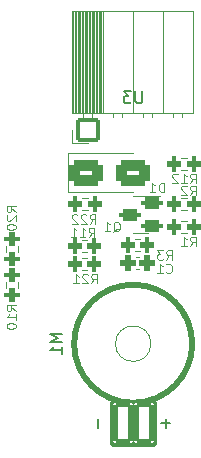
<source format=gbo>
G04 #@! TF.GenerationSoftware,KiCad,Pcbnew,7.0.5*
G04 #@! TF.CreationDate,2023-12-03T19:54:15+09:00*
G04 #@! TF.ProjectId,Misawa_DistanceSensor,4d697361-7761-45f4-9469-7374616e6365,v1.0*
G04 #@! TF.SameCoordinates,Original*
G04 #@! TF.FileFunction,Legend,Bot*
G04 #@! TF.FilePolarity,Positive*
%FSLAX46Y46*%
G04 Gerber Fmt 4.6, Leading zero omitted, Abs format (unit mm)*
G04 Created by KiCad (PCBNEW 7.0.5) date 2023-12-03 19:54:15*
%MOMM*%
%LPD*%
G01*
G04 APERTURE LIST*
G04 Aperture macros list*
%AMRoundRect*
0 Rectangle with rounded corners*
0 $1 Rounding radius*
0 $2 $3 $4 $5 $6 $7 $8 $9 X,Y pos of 4 corners*
0 Add a 4 corners polygon primitive as box body*
4,1,4,$2,$3,$4,$5,$6,$7,$8,$9,$2,$3,0*
0 Add four circle primitives for the rounded corners*
1,1,$1+$1,$2,$3*
1,1,$1+$1,$4,$5*
1,1,$1+$1,$6,$7*
1,1,$1+$1,$8,$9*
0 Add four rect primitives between the rounded corners*
20,1,$1+$1,$2,$3,$4,$5,0*
20,1,$1+$1,$4,$5,$6,$7,0*
20,1,$1+$1,$6,$7,$8,$9,0*
20,1,$1+$1,$8,$9,$2,$3,0*%
G04 Aperture macros list end*
%ADD10C,0.100000*%
%ADD11C,0.110000*%
%ADD12C,0.150000*%
%ADD13C,0.120000*%
%ADD14C,0.500000*%
%ADD15C,2.600000*%
%ADD16RoundRect,0.200000X-0.850000X-0.850000X0.850000X-0.850000X0.850000X0.850000X-0.850000X0.850000X0*%
%ADD17O,2.100000X2.100000*%
%ADD18RoundRect,0.400000X-0.200000X-0.275000X0.200000X-0.275000X0.200000X0.275000X-0.200000X0.275000X0*%
%ADD19RoundRect,0.400000X0.200000X0.275000X-0.200000X0.275000X-0.200000X-0.275000X0.200000X-0.275000X0*%
%ADD20RoundRect,0.400000X0.275000X-0.200000X0.275000X0.200000X-0.275000X0.200000X-0.275000X-0.200000X0*%
%ADD21RoundRect,0.425000X-0.225000X-0.250000X0.225000X-0.250000X0.225000X0.250000X-0.225000X0.250000X0*%
%ADD22RoundRect,0.450000X-1.000000X-0.650000X1.000000X-0.650000X1.000000X0.650000X-1.000000X0.650000X0*%
%ADD23RoundRect,0.350000X0.587500X0.150000X-0.587500X0.150000X-0.587500X-0.150000X0.587500X-0.150000X0*%
%ADD24RoundRect,0.200000X-0.850000X0.850000X-0.850000X-0.850000X0.850000X-0.850000X0.850000X0.850000X0*%
%ADD25RoundRect,0.200000X-0.625000X-1.525000X0.625000X-1.525000X0.625000X1.525000X-0.625000X1.525000X0*%
G04 APERTURE END LIST*
D10*
X121532332Y-115457895D02*
X121798999Y-115076942D01*
X121989475Y-115457895D02*
X121989475Y-114657895D01*
X121989475Y-114657895D02*
X121684713Y-114657895D01*
X121684713Y-114657895D02*
X121608523Y-114695990D01*
X121608523Y-114695990D02*
X121570428Y-114734085D01*
X121570428Y-114734085D02*
X121532332Y-114810276D01*
X121532332Y-114810276D02*
X121532332Y-114924561D01*
X121532332Y-114924561D02*
X121570428Y-115000752D01*
X121570428Y-115000752D02*
X121608523Y-115038847D01*
X121608523Y-115038847D02*
X121684713Y-115076942D01*
X121684713Y-115076942D02*
X121989475Y-115076942D01*
X120770428Y-115457895D02*
X121227571Y-115457895D01*
X120998999Y-115457895D02*
X120998999Y-114657895D01*
X120998999Y-114657895D02*
X121075190Y-114772180D01*
X121075190Y-114772180D02*
X121151380Y-114848371D01*
X121151380Y-114848371D02*
X121227571Y-114886466D01*
X121532332Y-111139895D02*
X121798999Y-110758942D01*
X121989475Y-111139895D02*
X121989475Y-110339895D01*
X121989475Y-110339895D02*
X121684713Y-110339895D01*
X121684713Y-110339895D02*
X121608523Y-110377990D01*
X121608523Y-110377990D02*
X121570428Y-110416085D01*
X121570428Y-110416085D02*
X121532332Y-110492276D01*
X121532332Y-110492276D02*
X121532332Y-110606561D01*
X121532332Y-110606561D02*
X121570428Y-110682752D01*
X121570428Y-110682752D02*
X121608523Y-110720847D01*
X121608523Y-110720847D02*
X121684713Y-110758942D01*
X121684713Y-110758942D02*
X121989475Y-110758942D01*
X121227571Y-110416085D02*
X121189475Y-110377990D01*
X121189475Y-110377990D02*
X121113285Y-110339895D01*
X121113285Y-110339895D02*
X120922809Y-110339895D01*
X120922809Y-110339895D02*
X120846618Y-110377990D01*
X120846618Y-110377990D02*
X120808523Y-110416085D01*
X120808523Y-110416085D02*
X120770428Y-110492276D01*
X120770428Y-110492276D02*
X120770428Y-110568466D01*
X120770428Y-110568466D02*
X120808523Y-110682752D01*
X120808523Y-110682752D02*
X121265666Y-111139895D01*
X121265666Y-111139895D02*
X120770428Y-111139895D01*
X112960285Y-114695895D02*
X113226952Y-114314942D01*
X113417428Y-114695895D02*
X113417428Y-113895895D01*
X113417428Y-113895895D02*
X113112666Y-113895895D01*
X113112666Y-113895895D02*
X113036476Y-113933990D01*
X113036476Y-113933990D02*
X112998381Y-113972085D01*
X112998381Y-113972085D02*
X112960285Y-114048276D01*
X112960285Y-114048276D02*
X112960285Y-114162561D01*
X112960285Y-114162561D02*
X112998381Y-114238752D01*
X112998381Y-114238752D02*
X113036476Y-114276847D01*
X113036476Y-114276847D02*
X113112666Y-114314942D01*
X113112666Y-114314942D02*
X113417428Y-114314942D01*
X112198381Y-114695895D02*
X112655524Y-114695895D01*
X112426952Y-114695895D02*
X112426952Y-113895895D01*
X112426952Y-113895895D02*
X112503143Y-114010180D01*
X112503143Y-114010180D02*
X112579333Y-114086371D01*
X112579333Y-114086371D02*
X112655524Y-114124466D01*
X111436476Y-114695895D02*
X111893619Y-114695895D01*
X111665047Y-114695895D02*
X111665047Y-113895895D01*
X111665047Y-113895895D02*
X111741238Y-114010180D01*
X111741238Y-114010180D02*
X111817428Y-114086371D01*
X111817428Y-114086371D02*
X111893619Y-114124466D01*
X121532285Y-110123895D02*
X121798952Y-109742942D01*
X121989428Y-110123895D02*
X121989428Y-109323895D01*
X121989428Y-109323895D02*
X121684666Y-109323895D01*
X121684666Y-109323895D02*
X121608476Y-109361990D01*
X121608476Y-109361990D02*
X121570381Y-109400085D01*
X121570381Y-109400085D02*
X121532285Y-109476276D01*
X121532285Y-109476276D02*
X121532285Y-109590561D01*
X121532285Y-109590561D02*
X121570381Y-109666752D01*
X121570381Y-109666752D02*
X121608476Y-109704847D01*
X121608476Y-109704847D02*
X121684666Y-109742942D01*
X121684666Y-109742942D02*
X121989428Y-109742942D01*
X120770381Y-110123895D02*
X121227524Y-110123895D01*
X120998952Y-110123895D02*
X120998952Y-109323895D01*
X120998952Y-109323895D02*
X121075143Y-109438180D01*
X121075143Y-109438180D02*
X121151333Y-109514371D01*
X121151333Y-109514371D02*
X121227524Y-109552466D01*
X120465619Y-109400085D02*
X120427523Y-109361990D01*
X120427523Y-109361990D02*
X120351333Y-109323895D01*
X120351333Y-109323895D02*
X120160857Y-109323895D01*
X120160857Y-109323895D02*
X120084666Y-109361990D01*
X120084666Y-109361990D02*
X120046571Y-109400085D01*
X120046571Y-109400085D02*
X120008476Y-109476276D01*
X120008476Y-109476276D02*
X120008476Y-109552466D01*
X120008476Y-109552466D02*
X120046571Y-109666752D01*
X120046571Y-109666752D02*
X120503714Y-110123895D01*
X120503714Y-110123895D02*
X120008476Y-110123895D01*
X106777895Y-112546714D02*
X106396942Y-112280047D01*
X106777895Y-112089571D02*
X105977895Y-112089571D01*
X105977895Y-112089571D02*
X105977895Y-112394333D01*
X105977895Y-112394333D02*
X106015990Y-112470523D01*
X106015990Y-112470523D02*
X106054085Y-112508618D01*
X106054085Y-112508618D02*
X106130276Y-112546714D01*
X106130276Y-112546714D02*
X106244561Y-112546714D01*
X106244561Y-112546714D02*
X106320752Y-112508618D01*
X106320752Y-112508618D02*
X106358847Y-112470523D01*
X106358847Y-112470523D02*
X106396942Y-112394333D01*
X106396942Y-112394333D02*
X106396942Y-112089571D01*
X106054085Y-112851475D02*
X106015990Y-112889571D01*
X106015990Y-112889571D02*
X105977895Y-112965761D01*
X105977895Y-112965761D02*
X105977895Y-113156237D01*
X105977895Y-113156237D02*
X106015990Y-113232428D01*
X106015990Y-113232428D02*
X106054085Y-113270523D01*
X106054085Y-113270523D02*
X106130276Y-113308618D01*
X106130276Y-113308618D02*
X106206466Y-113308618D01*
X106206466Y-113308618D02*
X106320752Y-113270523D01*
X106320752Y-113270523D02*
X106777895Y-112813380D01*
X106777895Y-112813380D02*
X106777895Y-113308618D01*
X105977895Y-113803857D02*
X105977895Y-113880047D01*
X105977895Y-113880047D02*
X106015990Y-113956238D01*
X106015990Y-113956238D02*
X106054085Y-113994333D01*
X106054085Y-113994333D02*
X106130276Y-114032428D01*
X106130276Y-114032428D02*
X106282657Y-114070523D01*
X106282657Y-114070523D02*
X106473133Y-114070523D01*
X106473133Y-114070523D02*
X106625514Y-114032428D01*
X106625514Y-114032428D02*
X106701704Y-113994333D01*
X106701704Y-113994333D02*
X106739800Y-113956238D01*
X106739800Y-113956238D02*
X106777895Y-113880047D01*
X106777895Y-113880047D02*
X106777895Y-113803857D01*
X106777895Y-113803857D02*
X106739800Y-113727666D01*
X106739800Y-113727666D02*
X106701704Y-113689571D01*
X106701704Y-113689571D02*
X106625514Y-113651476D01*
X106625514Y-113651476D02*
X106473133Y-113613380D01*
X106473133Y-113613380D02*
X106282657Y-113613380D01*
X106282657Y-113613380D02*
X106130276Y-113651476D01*
X106130276Y-113651476D02*
X106054085Y-113689571D01*
X106054085Y-113689571D02*
X106015990Y-113727666D01*
X106015990Y-113727666D02*
X105977895Y-113803857D01*
X119500332Y-116600895D02*
X119766999Y-116219942D01*
X119957475Y-116600895D02*
X119957475Y-115800895D01*
X119957475Y-115800895D02*
X119652713Y-115800895D01*
X119652713Y-115800895D02*
X119576523Y-115838990D01*
X119576523Y-115838990D02*
X119538428Y-115877085D01*
X119538428Y-115877085D02*
X119500332Y-115953276D01*
X119500332Y-115953276D02*
X119500332Y-116067561D01*
X119500332Y-116067561D02*
X119538428Y-116143752D01*
X119538428Y-116143752D02*
X119576523Y-116181847D01*
X119576523Y-116181847D02*
X119652713Y-116219942D01*
X119652713Y-116219942D02*
X119957475Y-116219942D01*
X119233666Y-115800895D02*
X118738428Y-115800895D01*
X118738428Y-115800895D02*
X119005094Y-116105657D01*
X119005094Y-116105657D02*
X118890809Y-116105657D01*
X118890809Y-116105657D02*
X118814618Y-116143752D01*
X118814618Y-116143752D02*
X118776523Y-116181847D01*
X118776523Y-116181847D02*
X118738428Y-116258038D01*
X118738428Y-116258038D02*
X118738428Y-116448514D01*
X118738428Y-116448514D02*
X118776523Y-116524704D01*
X118776523Y-116524704D02*
X118814618Y-116562800D01*
X118814618Y-116562800D02*
X118890809Y-116600895D01*
X118890809Y-116600895D02*
X119119380Y-116600895D01*
X119119380Y-116600895D02*
X119195571Y-116562800D01*
X119195571Y-116562800D02*
X119233666Y-116524704D01*
X119500332Y-117667704D02*
X119538428Y-117705800D01*
X119538428Y-117705800D02*
X119652713Y-117743895D01*
X119652713Y-117743895D02*
X119728904Y-117743895D01*
X119728904Y-117743895D02*
X119843190Y-117705800D01*
X119843190Y-117705800D02*
X119919380Y-117629609D01*
X119919380Y-117629609D02*
X119957475Y-117553419D01*
X119957475Y-117553419D02*
X119995571Y-117401038D01*
X119995571Y-117401038D02*
X119995571Y-117286752D01*
X119995571Y-117286752D02*
X119957475Y-117134371D01*
X119957475Y-117134371D02*
X119919380Y-117058180D01*
X119919380Y-117058180D02*
X119843190Y-116981990D01*
X119843190Y-116981990D02*
X119728904Y-116943895D01*
X119728904Y-116943895D02*
X119652713Y-116943895D01*
X119652713Y-116943895D02*
X119538428Y-116981990D01*
X119538428Y-116981990D02*
X119500332Y-117020085D01*
X118738428Y-117743895D02*
X119195571Y-117743895D01*
X118966999Y-117743895D02*
X118966999Y-116943895D01*
X118966999Y-116943895D02*
X119043190Y-117058180D01*
X119043190Y-117058180D02*
X119119380Y-117134371D01*
X119119380Y-117134371D02*
X119195571Y-117172466D01*
X106777895Y-120928714D02*
X106396942Y-120662047D01*
X106777895Y-120471571D02*
X105977895Y-120471571D01*
X105977895Y-120471571D02*
X105977895Y-120776333D01*
X105977895Y-120776333D02*
X106015990Y-120852523D01*
X106015990Y-120852523D02*
X106054085Y-120890618D01*
X106054085Y-120890618D02*
X106130276Y-120928714D01*
X106130276Y-120928714D02*
X106244561Y-120928714D01*
X106244561Y-120928714D02*
X106320752Y-120890618D01*
X106320752Y-120890618D02*
X106358847Y-120852523D01*
X106358847Y-120852523D02*
X106396942Y-120776333D01*
X106396942Y-120776333D02*
X106396942Y-120471571D01*
X106777895Y-121690618D02*
X106777895Y-121233475D01*
X106777895Y-121462047D02*
X105977895Y-121462047D01*
X105977895Y-121462047D02*
X106092180Y-121385856D01*
X106092180Y-121385856D02*
X106168371Y-121309666D01*
X106168371Y-121309666D02*
X106206466Y-121233475D01*
X105977895Y-122185857D02*
X105977895Y-122262047D01*
X105977895Y-122262047D02*
X106015990Y-122338238D01*
X106015990Y-122338238D02*
X106054085Y-122376333D01*
X106054085Y-122376333D02*
X106130276Y-122414428D01*
X106130276Y-122414428D02*
X106282657Y-122452523D01*
X106282657Y-122452523D02*
X106473133Y-122452523D01*
X106473133Y-122452523D02*
X106625514Y-122414428D01*
X106625514Y-122414428D02*
X106701704Y-122376333D01*
X106701704Y-122376333D02*
X106739800Y-122338238D01*
X106739800Y-122338238D02*
X106777895Y-122262047D01*
X106777895Y-122262047D02*
X106777895Y-122185857D01*
X106777895Y-122185857D02*
X106739800Y-122109666D01*
X106739800Y-122109666D02*
X106701704Y-122071571D01*
X106701704Y-122071571D02*
X106625514Y-122033476D01*
X106625514Y-122033476D02*
X106473133Y-121995380D01*
X106473133Y-121995380D02*
X106282657Y-121995380D01*
X106282657Y-121995380D02*
X106130276Y-122033476D01*
X106130276Y-122033476D02*
X106054085Y-122071571D01*
X106054085Y-122071571D02*
X106015990Y-122109666D01*
X106015990Y-122109666D02*
X105977895Y-122185857D01*
X119322475Y-110885895D02*
X119322475Y-110085895D01*
X119322475Y-110085895D02*
X119131999Y-110085895D01*
X119131999Y-110085895D02*
X119017713Y-110123990D01*
X119017713Y-110123990D02*
X118941523Y-110200180D01*
X118941523Y-110200180D02*
X118903428Y-110276371D01*
X118903428Y-110276371D02*
X118865332Y-110428752D01*
X118865332Y-110428752D02*
X118865332Y-110543038D01*
X118865332Y-110543038D02*
X118903428Y-110695419D01*
X118903428Y-110695419D02*
X118941523Y-110771609D01*
X118941523Y-110771609D02*
X119017713Y-110847800D01*
X119017713Y-110847800D02*
X119131999Y-110885895D01*
X119131999Y-110885895D02*
X119322475Y-110885895D01*
X118103428Y-110885895D02*
X118560571Y-110885895D01*
X118331999Y-110885895D02*
X118331999Y-110085895D01*
X118331999Y-110085895D02*
X118408190Y-110200180D01*
X118408190Y-110200180D02*
X118484380Y-110276371D01*
X118484380Y-110276371D02*
X118560571Y-110314466D01*
D11*
X113150285Y-118632375D02*
X113416952Y-118251422D01*
X113607428Y-118632375D02*
X113607428Y-117832375D01*
X113607428Y-117832375D02*
X113302666Y-117832375D01*
X113302666Y-117832375D02*
X113226476Y-117870470D01*
X113226476Y-117870470D02*
X113188381Y-117908565D01*
X113188381Y-117908565D02*
X113150285Y-117984756D01*
X113150285Y-117984756D02*
X113150285Y-118099041D01*
X113150285Y-118099041D02*
X113188381Y-118175232D01*
X113188381Y-118175232D02*
X113226476Y-118213327D01*
X113226476Y-118213327D02*
X113302666Y-118251422D01*
X113302666Y-118251422D02*
X113607428Y-118251422D01*
X112845524Y-117908565D02*
X112807428Y-117870470D01*
X112807428Y-117870470D02*
X112731238Y-117832375D01*
X112731238Y-117832375D02*
X112540762Y-117832375D01*
X112540762Y-117832375D02*
X112464571Y-117870470D01*
X112464571Y-117870470D02*
X112426476Y-117908565D01*
X112426476Y-117908565D02*
X112388381Y-117984756D01*
X112388381Y-117984756D02*
X112388381Y-118060946D01*
X112388381Y-118060946D02*
X112426476Y-118175232D01*
X112426476Y-118175232D02*
X112883619Y-118632375D01*
X112883619Y-118632375D02*
X112388381Y-118632375D01*
X111626476Y-118632375D02*
X112083619Y-118632375D01*
X111855047Y-118632375D02*
X111855047Y-117832375D01*
X111855047Y-117832375D02*
X111931238Y-117946660D01*
X111931238Y-117946660D02*
X112007428Y-118022851D01*
X112007428Y-118022851D02*
X112083619Y-118060946D01*
D10*
X113023285Y-113552895D02*
X113289952Y-113171942D01*
X113480428Y-113552895D02*
X113480428Y-112752895D01*
X113480428Y-112752895D02*
X113175666Y-112752895D01*
X113175666Y-112752895D02*
X113099476Y-112790990D01*
X113099476Y-112790990D02*
X113061381Y-112829085D01*
X113061381Y-112829085D02*
X113023285Y-112905276D01*
X113023285Y-112905276D02*
X113023285Y-113019561D01*
X113023285Y-113019561D02*
X113061381Y-113095752D01*
X113061381Y-113095752D02*
X113099476Y-113133847D01*
X113099476Y-113133847D02*
X113175666Y-113171942D01*
X113175666Y-113171942D02*
X113480428Y-113171942D01*
X112718524Y-112829085D02*
X112680428Y-112790990D01*
X112680428Y-112790990D02*
X112604238Y-112752895D01*
X112604238Y-112752895D02*
X112413762Y-112752895D01*
X112413762Y-112752895D02*
X112337571Y-112790990D01*
X112337571Y-112790990D02*
X112299476Y-112829085D01*
X112299476Y-112829085D02*
X112261381Y-112905276D01*
X112261381Y-112905276D02*
X112261381Y-112981466D01*
X112261381Y-112981466D02*
X112299476Y-113095752D01*
X112299476Y-113095752D02*
X112756619Y-113552895D01*
X112756619Y-113552895D02*
X112261381Y-113552895D01*
X111956619Y-112829085D02*
X111918523Y-112790990D01*
X111918523Y-112790990D02*
X111842333Y-112752895D01*
X111842333Y-112752895D02*
X111651857Y-112752895D01*
X111651857Y-112752895D02*
X111575666Y-112790990D01*
X111575666Y-112790990D02*
X111537571Y-112829085D01*
X111537571Y-112829085D02*
X111499476Y-112905276D01*
X111499476Y-112905276D02*
X111499476Y-112981466D01*
X111499476Y-112981466D02*
X111537571Y-113095752D01*
X111537571Y-113095752D02*
X111994714Y-113552895D01*
X111994714Y-113552895D02*
X111499476Y-113552895D01*
X114998190Y-114264085D02*
X115074380Y-114225990D01*
X115074380Y-114225990D02*
X115150571Y-114149800D01*
X115150571Y-114149800D02*
X115264857Y-114035514D01*
X115264857Y-114035514D02*
X115341047Y-113997419D01*
X115341047Y-113997419D02*
X115417238Y-113997419D01*
X115379142Y-114187895D02*
X115455333Y-114149800D01*
X115455333Y-114149800D02*
X115531523Y-114073609D01*
X115531523Y-114073609D02*
X115569619Y-113921228D01*
X115569619Y-113921228D02*
X115569619Y-113654561D01*
X115569619Y-113654561D02*
X115531523Y-113502180D01*
X115531523Y-113502180D02*
X115455333Y-113425990D01*
X115455333Y-113425990D02*
X115379142Y-113387895D01*
X115379142Y-113387895D02*
X115226761Y-113387895D01*
X115226761Y-113387895D02*
X115150571Y-113425990D01*
X115150571Y-113425990D02*
X115074380Y-113502180D01*
X115074380Y-113502180D02*
X115036285Y-113654561D01*
X115036285Y-113654561D02*
X115036285Y-113921228D01*
X115036285Y-113921228D02*
X115074380Y-114073609D01*
X115074380Y-114073609D02*
X115150571Y-114149800D01*
X115150571Y-114149800D02*
X115226761Y-114187895D01*
X115226761Y-114187895D02*
X115379142Y-114187895D01*
X114274381Y-114187895D02*
X114731524Y-114187895D01*
X114502952Y-114187895D02*
X114502952Y-113387895D01*
X114502952Y-113387895D02*
X114579143Y-113502180D01*
X114579143Y-113502180D02*
X114655333Y-113578371D01*
X114655333Y-113578371D02*
X114731524Y-113616466D01*
D12*
X117461904Y-102355819D02*
X117461904Y-103165342D01*
X117461904Y-103165342D02*
X117414285Y-103260580D01*
X117414285Y-103260580D02*
X117366666Y-103308200D01*
X117366666Y-103308200D02*
X117271428Y-103355819D01*
X117271428Y-103355819D02*
X117080952Y-103355819D01*
X117080952Y-103355819D02*
X116985714Y-103308200D01*
X116985714Y-103308200D02*
X116938095Y-103260580D01*
X116938095Y-103260580D02*
X116890476Y-103165342D01*
X116890476Y-103165342D02*
X116890476Y-102355819D01*
X116509523Y-102355819D02*
X115890476Y-102355819D01*
X115890476Y-102355819D02*
X116223809Y-102736771D01*
X116223809Y-102736771D02*
X116080952Y-102736771D01*
X116080952Y-102736771D02*
X115985714Y-102784390D01*
X115985714Y-102784390D02*
X115938095Y-102832009D01*
X115938095Y-102832009D02*
X115890476Y-102927247D01*
X115890476Y-102927247D02*
X115890476Y-103165342D01*
X115890476Y-103165342D02*
X115938095Y-103260580D01*
X115938095Y-103260580D02*
X115985714Y-103308200D01*
X115985714Y-103308200D02*
X116080952Y-103355819D01*
X116080952Y-103355819D02*
X116366666Y-103355819D01*
X116366666Y-103355819D02*
X116461904Y-103308200D01*
X116461904Y-103308200D02*
X116509523Y-103260580D01*
X110654819Y-122922476D02*
X109654819Y-122922476D01*
X109654819Y-122922476D02*
X110369104Y-123255809D01*
X110369104Y-123255809D02*
X109654819Y-123589142D01*
X109654819Y-123589142D02*
X110654819Y-123589142D01*
X110654819Y-124589142D02*
X110654819Y-124017714D01*
X110654819Y-124303428D02*
X109654819Y-124303428D01*
X109654819Y-124303428D02*
X109797676Y-124208190D01*
X109797676Y-124208190D02*
X109892914Y-124112952D01*
X109892914Y-124112952D02*
X109940533Y-124017714D01*
X113688866Y-130101048D02*
X113688866Y-130862953D01*
X119438866Y-130101048D02*
X119438866Y-130862953D01*
X119819819Y-130482000D02*
X119057914Y-130482000D01*
D13*
X120755242Y-113300500D02*
X121229758Y-113300500D01*
X120755242Y-114345500D02*
X121229758Y-114345500D01*
X120780742Y-111395500D02*
X121255258Y-111395500D01*
X120780742Y-112440500D02*
X121255258Y-112440500D01*
X112335742Y-114951500D02*
X112810258Y-114951500D01*
X112335742Y-115996500D02*
X112810258Y-115996500D01*
X121255258Y-109011500D02*
X120780742Y-109011500D01*
X121255258Y-107966500D02*
X120780742Y-107966500D01*
X105890500Y-115965258D02*
X105890500Y-115490742D01*
X106935500Y-115965258D02*
X106935500Y-115490742D01*
X116843742Y-114824500D02*
X117318258Y-114824500D01*
X116843742Y-115869500D02*
X117318258Y-115869500D01*
X116927420Y-116361000D02*
X117208580Y-116361000D01*
X116927420Y-117381000D02*
X117208580Y-117381000D01*
X105890500Y-119013258D02*
X105890500Y-118538742D01*
X106935500Y-119013258D02*
X106935500Y-118538742D01*
X111158000Y-107601000D02*
X116668000Y-107601000D01*
X111158000Y-110901000D02*
X111158000Y-107601000D01*
X111158000Y-110901000D02*
X116668000Y-110901000D01*
X112810258Y-117520500D02*
X112335742Y-117520500D01*
X112810258Y-116475500D02*
X112335742Y-116475500D01*
X112873258Y-112440500D02*
X112398742Y-112440500D01*
X112873258Y-111395500D02*
X112398742Y-111395500D01*
X117335000Y-114367000D02*
X117985000Y-114367000D01*
X117335000Y-114367000D02*
X116685000Y-114367000D01*
X117335000Y-111247000D02*
X119010000Y-111247000D01*
X117335000Y-111247000D02*
X116685000Y-111247000D01*
X121800000Y-95560000D02*
X121800000Y-104190000D01*
X119200000Y-95560000D02*
X119200000Y-104190000D01*
X116660000Y-95560000D02*
X116660000Y-104190000D01*
X114120000Y-95560000D02*
X114120000Y-104190000D01*
X114001900Y-95560000D02*
X114001900Y-104190000D01*
X113883805Y-95560000D02*
X113883805Y-104190000D01*
X113765710Y-95560000D02*
X113765710Y-104190000D01*
X113647615Y-95560000D02*
X113647615Y-104190000D01*
X113529520Y-95560000D02*
X113529520Y-104190000D01*
X113411425Y-95560000D02*
X113411425Y-104190000D01*
X113293330Y-95560000D02*
X113293330Y-104190000D01*
X113175235Y-95560000D02*
X113175235Y-104190000D01*
X113057140Y-95560000D02*
X113057140Y-104190000D01*
X112939045Y-95560000D02*
X112939045Y-104190000D01*
X112820950Y-95560000D02*
X112820950Y-104190000D01*
X112702855Y-95560000D02*
X112702855Y-104190000D01*
X112584760Y-95560000D02*
X112584760Y-104190000D01*
X112466665Y-95560000D02*
X112466665Y-104190000D01*
X112348570Y-95560000D02*
X112348570Y-104190000D01*
X112230475Y-95560000D02*
X112230475Y-104190000D01*
X112112380Y-95560000D02*
X112112380Y-104190000D01*
X111994285Y-95560000D02*
X111994285Y-104190000D01*
X111876190Y-95560000D02*
X111876190Y-104190000D01*
X111758095Y-95560000D02*
X111758095Y-104190000D01*
X111640000Y-95560000D02*
X111640000Y-104190000D01*
X111520000Y-95560000D02*
X121800000Y-95560000D01*
X111520000Y-95560000D02*
X111520000Y-104190000D01*
X120830000Y-104190000D02*
X120830000Y-104600000D01*
X120110000Y-104190000D02*
X120110000Y-104600000D01*
X118290000Y-104190000D02*
X118290000Y-104600000D01*
X117570000Y-104190000D02*
X117570000Y-104600000D01*
X115750000Y-104190000D02*
X115750000Y-104600000D01*
X115030000Y-104190000D02*
X115030000Y-104600000D01*
X113210000Y-104190000D02*
X113210000Y-104540000D01*
X112490000Y-104190000D02*
X112490000Y-104540000D01*
X111520000Y-104190000D02*
X121800000Y-104190000D01*
X111520000Y-105650000D02*
X111520000Y-106760000D01*
X111520000Y-106760000D02*
X112850000Y-106760000D01*
D14*
X116700000Y-128732000D02*
X118450000Y-128732000D01*
X118450000Y-128732000D02*
X118450000Y-132232000D01*
X118450000Y-132232000D02*
X116700000Y-132232000D01*
X116700000Y-132232000D02*
X116700000Y-128732000D01*
X114950000Y-128732000D02*
X116700000Y-128732000D01*
X116700000Y-128732000D02*
X116700000Y-132232000D01*
X116700000Y-132232000D02*
X114950000Y-132232000D01*
X114950000Y-132232000D02*
X114950000Y-128732000D01*
D13*
X118200000Y-123732000D02*
G75*
G03*
X118200000Y-123732000I-1500000J0D01*
G01*
D14*
X121700000Y-123732000D02*
G75*
G03*
X121700000Y-123732000I-5000000J0D01*
G01*
%LPC*%
D15*
X106540000Y-130460000D03*
X126860000Y-130460000D03*
X126860000Y-98710000D03*
X106540000Y-98710000D03*
D16*
X124320000Y-119030000D03*
D17*
X124320000Y-116490000D03*
X124320000Y-113950000D03*
X124320000Y-111410000D03*
X124320000Y-108870000D03*
X124320000Y-106330000D03*
X124320000Y-103790000D03*
X109080000Y-103790000D03*
X109080000Y-106330000D03*
X109080000Y-108870000D03*
X109080000Y-111410000D03*
X109080000Y-113950000D03*
X109080000Y-116490000D03*
X109080000Y-119030000D03*
D18*
X120167500Y-113823000D03*
X121817500Y-113823000D03*
X120193000Y-111918000D03*
X121843000Y-111918000D03*
X111748000Y-115474000D03*
X113398000Y-115474000D03*
D19*
X121843000Y-108489000D03*
X120193000Y-108489000D03*
D20*
X106413000Y-116553000D03*
X106413000Y-114903000D03*
D18*
X116256000Y-115347000D03*
X117906000Y-115347000D03*
D21*
X116293000Y-116871000D03*
X117843000Y-116871000D03*
D20*
X106413000Y-119601000D03*
X106413000Y-117951000D03*
D22*
X112668000Y-109251000D03*
X116668000Y-109251000D03*
D19*
X113398000Y-116998000D03*
X111748000Y-116998000D03*
X113461000Y-111918000D03*
X111811000Y-111918000D03*
D23*
X118272500Y-111857000D03*
X118272500Y-113757000D03*
X116397500Y-112807000D03*
D24*
X112850000Y-105650000D03*
D17*
X115390000Y-105650000D03*
X117930000Y-105650000D03*
X120470000Y-105650000D03*
D25*
X117575000Y-130457000D03*
X115825000Y-130457000D03*
%LPD*%
M02*

</source>
